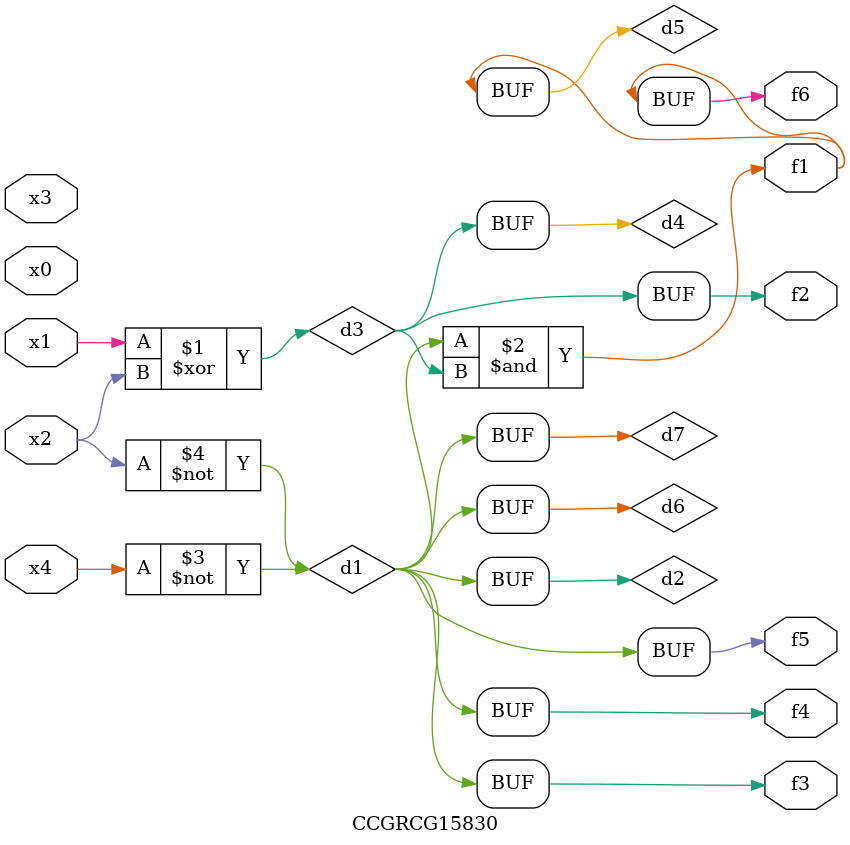
<source format=v>
module CCGRCG15830(
	input x0, x1, x2, x3, x4,
	output f1, f2, f3, f4, f5, f6
);

	wire d1, d2, d3, d4, d5, d6, d7;

	not (d1, x4);
	not (d2, x2);
	xor (d3, x1, x2);
	buf (d4, d3);
	and (d5, d1, d3);
	buf (d6, d1, d2);
	buf (d7, d2);
	assign f1 = d5;
	assign f2 = d4;
	assign f3 = d7;
	assign f4 = d7;
	assign f5 = d7;
	assign f6 = d5;
endmodule

</source>
